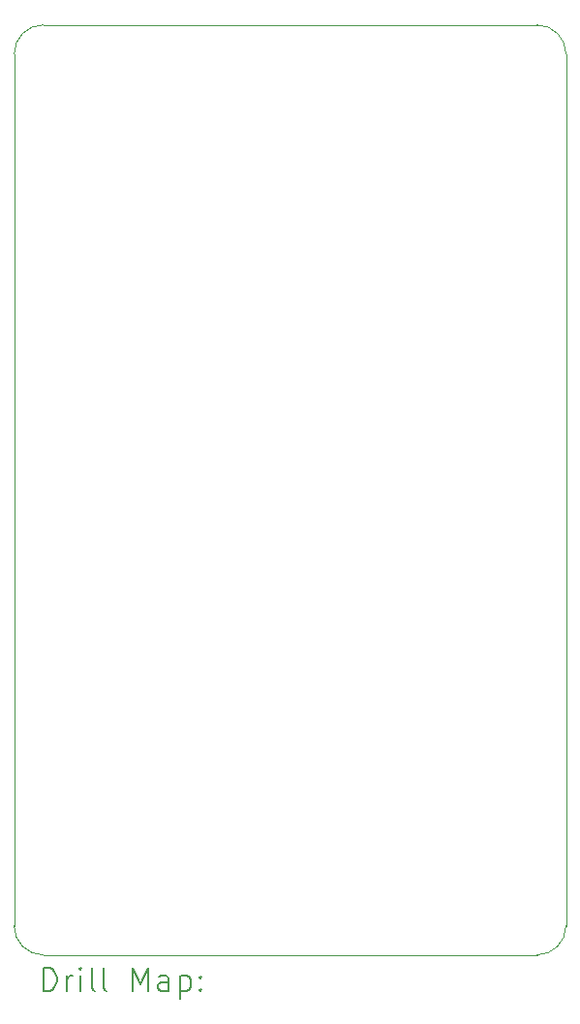
<source format=gbr>
%TF.GenerationSoftware,KiCad,Pcbnew,8.0.3*%
%TF.CreationDate,2024-07-09T13:00:23-04:00*%
%TF.ProjectId,PCB,5043422e-6b69-4636-9164-5f7063625858,rev?*%
%TF.SameCoordinates,Original*%
%TF.FileFunction,Drillmap*%
%TF.FilePolarity,Positive*%
%FSLAX45Y45*%
G04 Gerber Fmt 4.5, Leading zero omitted, Abs format (unit mm)*
G04 Created by KiCad (PCBNEW 8.0.3) date 2024-07-09 13:00:23*
%MOMM*%
%LPD*%
G01*
G04 APERTURE LIST*
%ADD10C,0.050000*%
%ADD11C,0.200000*%
G04 APERTURE END LIST*
D10*
X2971800Y-3175000D02*
X7289800Y-3175000D01*
X7543800Y-3429000D02*
X7543800Y-11049000D01*
X2717800Y-11049000D02*
X2717800Y-3429000D01*
X2717800Y-3429000D02*
G75*
G02*
X2971800Y-3175000I254000J0D01*
G01*
X2971800Y-11303000D02*
G75*
G02*
X2717800Y-11049000I0J254000D01*
G01*
X7289800Y-11303000D02*
X2971800Y-11303000D01*
X7543800Y-11049000D02*
G75*
G02*
X7289800Y-11303000I-254000J0D01*
G01*
X7289800Y-3175000D02*
G75*
G02*
X7543800Y-3429000I0J-254000D01*
G01*
D11*
X2976077Y-11616984D02*
X2976077Y-11416984D01*
X2976077Y-11416984D02*
X3023696Y-11416984D01*
X3023696Y-11416984D02*
X3052267Y-11426508D01*
X3052267Y-11426508D02*
X3071315Y-11445555D01*
X3071315Y-11445555D02*
X3080839Y-11464603D01*
X3080839Y-11464603D02*
X3090362Y-11502698D01*
X3090362Y-11502698D02*
X3090362Y-11531269D01*
X3090362Y-11531269D02*
X3080839Y-11569365D01*
X3080839Y-11569365D02*
X3071315Y-11588412D01*
X3071315Y-11588412D02*
X3052267Y-11607460D01*
X3052267Y-11607460D02*
X3023696Y-11616984D01*
X3023696Y-11616984D02*
X2976077Y-11616984D01*
X3176077Y-11616984D02*
X3176077Y-11483650D01*
X3176077Y-11521746D02*
X3185601Y-11502698D01*
X3185601Y-11502698D02*
X3195124Y-11493174D01*
X3195124Y-11493174D02*
X3214172Y-11483650D01*
X3214172Y-11483650D02*
X3233220Y-11483650D01*
X3299886Y-11616984D02*
X3299886Y-11483650D01*
X3299886Y-11416984D02*
X3290362Y-11426508D01*
X3290362Y-11426508D02*
X3299886Y-11436031D01*
X3299886Y-11436031D02*
X3309410Y-11426508D01*
X3309410Y-11426508D02*
X3299886Y-11416984D01*
X3299886Y-11416984D02*
X3299886Y-11436031D01*
X3423696Y-11616984D02*
X3404648Y-11607460D01*
X3404648Y-11607460D02*
X3395124Y-11588412D01*
X3395124Y-11588412D02*
X3395124Y-11416984D01*
X3528458Y-11616984D02*
X3509410Y-11607460D01*
X3509410Y-11607460D02*
X3499886Y-11588412D01*
X3499886Y-11588412D02*
X3499886Y-11416984D01*
X3757029Y-11616984D02*
X3757029Y-11416984D01*
X3757029Y-11416984D02*
X3823696Y-11559841D01*
X3823696Y-11559841D02*
X3890362Y-11416984D01*
X3890362Y-11416984D02*
X3890362Y-11616984D01*
X4071315Y-11616984D02*
X4071315Y-11512222D01*
X4071315Y-11512222D02*
X4061791Y-11493174D01*
X4061791Y-11493174D02*
X4042743Y-11483650D01*
X4042743Y-11483650D02*
X4004648Y-11483650D01*
X4004648Y-11483650D02*
X3985601Y-11493174D01*
X4071315Y-11607460D02*
X4052267Y-11616984D01*
X4052267Y-11616984D02*
X4004648Y-11616984D01*
X4004648Y-11616984D02*
X3985601Y-11607460D01*
X3985601Y-11607460D02*
X3976077Y-11588412D01*
X3976077Y-11588412D02*
X3976077Y-11569365D01*
X3976077Y-11569365D02*
X3985601Y-11550317D01*
X3985601Y-11550317D02*
X4004648Y-11540793D01*
X4004648Y-11540793D02*
X4052267Y-11540793D01*
X4052267Y-11540793D02*
X4071315Y-11531269D01*
X4166553Y-11483650D02*
X4166553Y-11683650D01*
X4166553Y-11493174D02*
X4185601Y-11483650D01*
X4185601Y-11483650D02*
X4223696Y-11483650D01*
X4223696Y-11483650D02*
X4242744Y-11493174D01*
X4242744Y-11493174D02*
X4252267Y-11502698D01*
X4252267Y-11502698D02*
X4261791Y-11521746D01*
X4261791Y-11521746D02*
X4261791Y-11578888D01*
X4261791Y-11578888D02*
X4252267Y-11597936D01*
X4252267Y-11597936D02*
X4242744Y-11607460D01*
X4242744Y-11607460D02*
X4223696Y-11616984D01*
X4223696Y-11616984D02*
X4185601Y-11616984D01*
X4185601Y-11616984D02*
X4166553Y-11607460D01*
X4347505Y-11597936D02*
X4357029Y-11607460D01*
X4357029Y-11607460D02*
X4347505Y-11616984D01*
X4347505Y-11616984D02*
X4337982Y-11607460D01*
X4337982Y-11607460D02*
X4347505Y-11597936D01*
X4347505Y-11597936D02*
X4347505Y-11616984D01*
X4347505Y-11493174D02*
X4357029Y-11502698D01*
X4357029Y-11502698D02*
X4347505Y-11512222D01*
X4347505Y-11512222D02*
X4337982Y-11502698D01*
X4337982Y-11502698D02*
X4347505Y-11493174D01*
X4347505Y-11493174D02*
X4347505Y-11512222D01*
M02*

</source>
